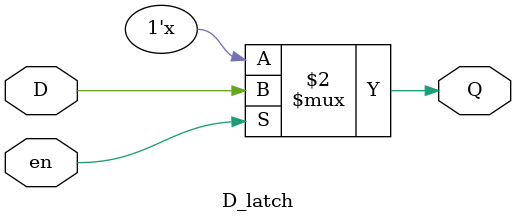
<source format=v>
`timescale 1ns / 1ps

module D_latch(
    input D, en,
    output reg Q
    );
    always @(D or en) begin
      if (en)
         Q <= D ;
    end
endmodule

</source>
